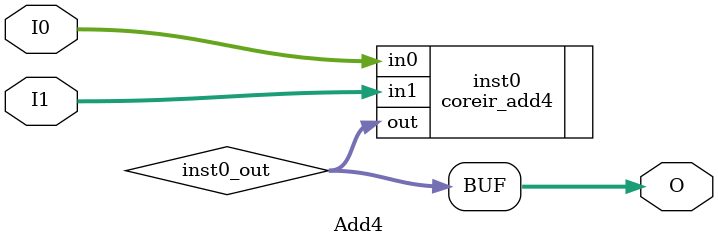
<source format=v>
module Add4 (input [3:0] I0, input [3:0] I1, output [3:0] O);
wire [3:0] inst0_out;
coreir_add4 inst0 (.in0(I0), .in1(I1), .out(inst0_out));
assign O = inst0_out;
endmodule


</source>
